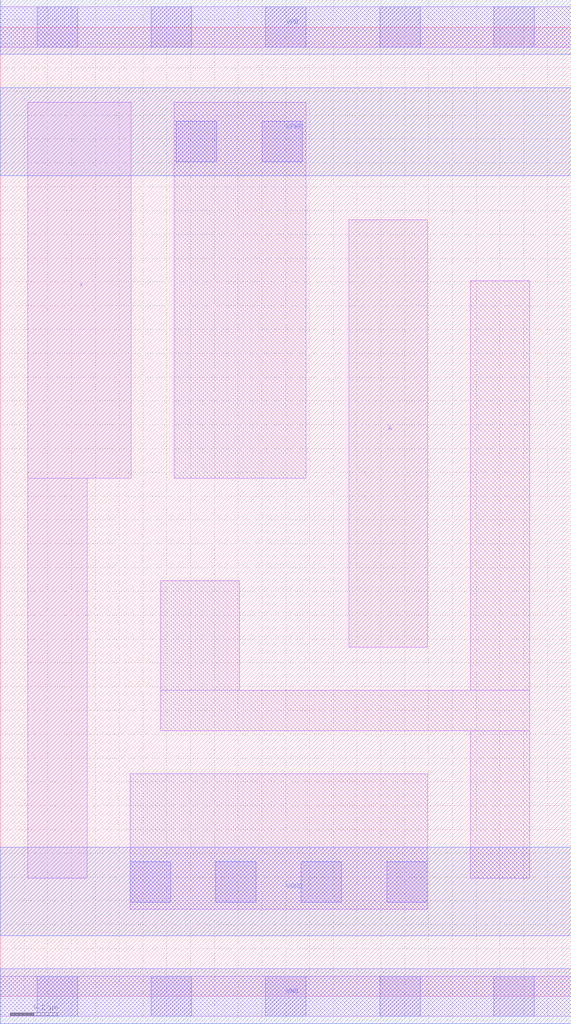
<source format=lef>
# Copyright 2020 The SkyWater PDK Authors
#
# Licensed under the Apache License, Version 2.0 (the "License");
# you may not use this file except in compliance with the License.
# You may obtain a copy of the License at
#
#     https://www.apache.org/licenses/LICENSE-2.0
#
# Unless required by applicable law or agreed to in writing, software
# distributed under the License is distributed on an "AS IS" BASIS,
# WITHOUT WARRANTIES OR CONDITIONS OF ANY KIND, either express or implied.
# See the License for the specific language governing permissions and
# limitations under the License.
#
# SPDX-License-Identifier: Apache-2.0

VERSION 5.5 ;
NAMESCASESENSITIVE ON ;
BUSBITCHARS "[]" ;
DIVIDERCHAR "/" ;
SITE unithvdbl
    SYMMETRY y  ;
    CLASS CORE  ;
    SIZE  0.480 BY 8.140 ;
END unithvdbl
MACRO sky130_fd_sc_hvl__buf_1
  CLASS CORE ;
  SOURCE USER ;
  ORIGIN  0.000000  0.000000 ;
  SIZE  2.400000 BY  4.070000 ;
  SYMMETRY X Y ;
  SITE unithv ;
  PIN A
    ANTENNAGATEAREA  0.585000 ;
    DIRECTION INPUT ;
    USE SIGNAL ;
    PORT
      LAYER li1 ;
        RECT 1.465000 1.465000 1.795000 3.260000 ;
    END
  END A
  PIN X
    ANTENNADIFFAREA  0.626250 ;
    DIRECTION OUTPUT ;
    USE SIGNAL ;
    PORT
      LAYER li1 ;
        RECT 0.115000 0.495000 0.365000 2.175000 ;
        RECT 0.115000 2.175000 0.550000 3.755000 ;
    END
  END X
  PIN VGND
    DIRECTION INOUT ;
    USE GROUND ;
    PORT
      LAYER met1 ;
        RECT 0.000000 0.255000 2.400000 0.625000 ;
    END
  END VGND
  PIN VNB
    DIRECTION INOUT ;
    USE GROUND ;
    PORT
      LAYER met1 ;
        RECT 0.000000 -0.115000 2.400000 0.115000 ;
    END
  END VNB
  PIN VPB
    DIRECTION INOUT ;
    USE POWER ;
    PORT
      LAYER met1 ;
        RECT 0.000000 3.955000 2.400000 4.185000 ;
    END
  END VPB
  PIN VPWR
    DIRECTION INOUT ;
    USE POWER ;
    PORT
      LAYER met1 ;
        RECT 0.000000 3.445000 2.400000 3.815000 ;
    END
  END VPWR
  OBS
    LAYER li1 ;
      RECT 0.000000 -0.085000 2.400000 0.085000 ;
      RECT 0.000000  3.985000 2.400000 4.155000 ;
      RECT 0.545000  0.365000 1.795000 0.935000 ;
      RECT 0.675000  1.115000 2.225000 1.285000 ;
      RECT 0.675000  1.285000 1.005000 1.745000 ;
      RECT 0.730000  2.175000 1.285000 3.755000 ;
      RECT 1.975000  0.495000 2.225000 1.115000 ;
      RECT 1.975000  1.285000 2.225000 3.005000 ;
    LAYER mcon ;
      RECT 0.155000 -0.085000 0.325000 0.085000 ;
      RECT 0.155000 -0.085000 0.325000 0.085000 ;
      RECT 0.155000  3.985000 0.325000 4.155000 ;
      RECT 0.155000  3.985000 0.325000 4.155000 ;
      RECT 0.545000  0.395000 0.715000 0.565000 ;
      RECT 0.635000 -0.085000 0.805000 0.085000 ;
      RECT 0.635000 -0.085000 0.805000 0.085000 ;
      RECT 0.635000  3.985000 0.805000 4.155000 ;
      RECT 0.635000  3.985000 0.805000 4.155000 ;
      RECT 0.740000  3.505000 0.910000 3.675000 ;
      RECT 0.905000  0.395000 1.075000 0.565000 ;
      RECT 1.100000  3.505000 1.270000 3.675000 ;
      RECT 1.115000 -0.085000 1.285000 0.085000 ;
      RECT 1.115000 -0.085000 1.285000 0.085000 ;
      RECT 1.115000  3.985000 1.285000 4.155000 ;
      RECT 1.115000  3.985000 1.285000 4.155000 ;
      RECT 1.265000  0.395000 1.435000 0.565000 ;
      RECT 1.595000 -0.085000 1.765000 0.085000 ;
      RECT 1.595000 -0.085000 1.765000 0.085000 ;
      RECT 1.595000  3.985000 1.765000 4.155000 ;
      RECT 1.595000  3.985000 1.765000 4.155000 ;
      RECT 1.625000  0.395000 1.795000 0.565000 ;
      RECT 2.075000 -0.085000 2.245000 0.085000 ;
      RECT 2.075000 -0.085000 2.245000 0.085000 ;
      RECT 2.075000  3.985000 2.245000 4.155000 ;
      RECT 2.075000  3.985000 2.245000 4.155000 ;
  END
END sky130_fd_sc_hvl__buf_1
END LIBRARY

</source>
